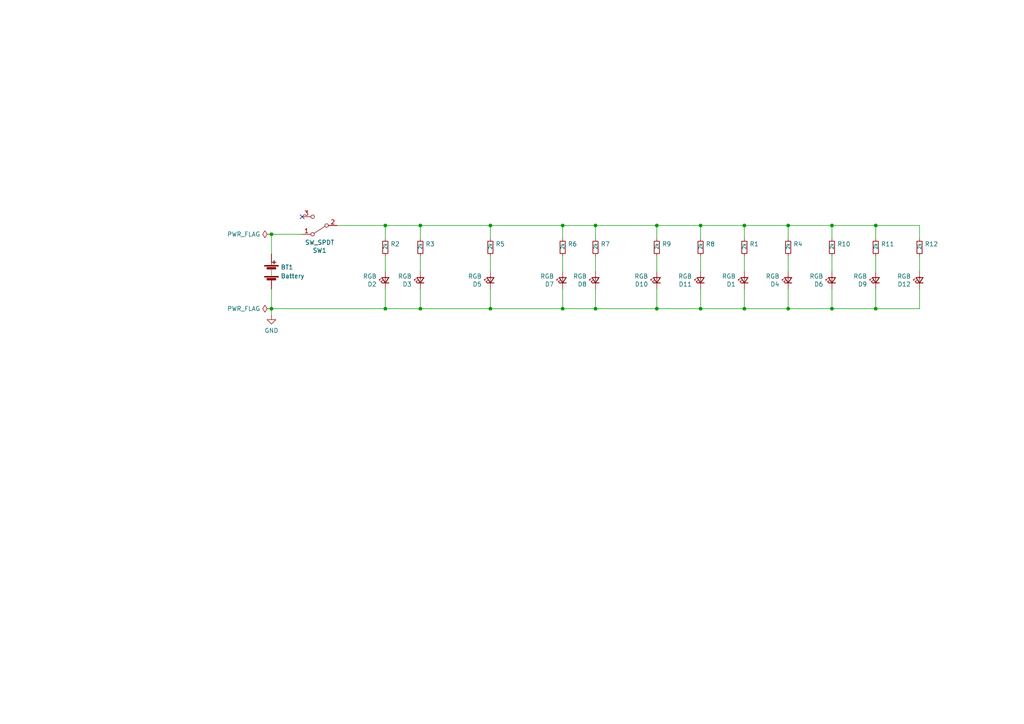
<source format=kicad_sch>
(kicad_sch (version 20230121) (generator eeschema)
  (paper "A4")
  (lib_symbols
    (symbol "Device:LED_Small" (pin_numbers hide) (pin_names (offset 0.254) hide)
      (property "Reference" "D" (at -1.27 3.175 0))
      (property "Value" "LED_Small" (at -4.445 -2.54 0))
      (symbol "LED_Small_0_1"
        (polyline (pts (xy -0.762 -1.016) (xy -0.762 1.016)) (stroke (width 0.254)))
        (polyline (pts (xy 1.016 0) (xy -0.762 0)))
        (polyline (pts (xy 0.762 -1.016) (xy -0.762 0) (xy 0.762 1.016) (xy 0.762 -1.016)) (stroke (width 0.254)))
        (polyline (pts (xy 0 0.762) (xy -0.508 1.27) (xy -0.254 1.27) (xy -0.508 1.27) (xy -0.508 1.016)))
        (polyline (pts (xy 0.508 1.27) (xy 0 1.778) (xy 0.254 1.778) (xy 0 1.778) (xy 0 1.524)))
      )
      (symbol "LED_Small_1_1"
        (pin passive line (at -2.54 0 0) (length 1.778) (name "K") (number "1"))
        (pin passive line (at 2.54 0 180) (length 1.778) (name "A") (number "2"))
      )
    )
    (symbol "Device:R_Small" (pin_numbers hide) (pin_names (offset 0.254) hide)
      (property "Reference" "R" (at 0.762 0.508 0))
      (property "Value" "R_Small" (at 0.762 -1.016 0))
      (symbol "R_Small_0_1"
        (rectangle (start -0.762 1.778) (end 0.762 -1.778) (stroke (width 0.2032)))
      )
      (symbol "R_Small_1_1"
        (pin passive line (at 0 2.54 270) (length 0.762) (name "~") (number "1"))
        (pin passive line (at 0 -2.54 90) (length 0.762) (name "~") (number "2"))
      )
    )
    (symbol "Switch:SW_SPDT" (pin_names (offset 0) hide)
      (property "Reference" "SW" (at 0 4.318 0))
      (property "Value" "SW_SPDT" (at 0 -5.08 0))
      (symbol "SW_SPDT_0_0"
        (circle (center -2.032 0) (radius 0.508))
        (circle (center 2.032 -2.54) (radius 0.508))
      )
      (symbol "SW_SPDT_0_1"
        (polyline (pts (xy -1.524 0.254) (xy 1.651 2.286)))
        (circle (center 2.032 2.54) (radius 0.508))
      )
      (symbol "SW_SPDT_1_1"
        (pin passive line (at 5.08 2.54 180) (length 2.54) (name "A") (number "1"))
        (pin passive line (at -5.08 0 0) (length 2.54) (name "B") (number "2"))
        (pin passive line (at 5.08 -2.54 180) (length 2.54) (name "C") (number "3"))
      )
    )
    (symbol "Symbols:Battery" (pin_numbers hide) (pin_names (offset 0) hide)
      (property "Reference" "BT" (at 2.54 2.54 0))
      (property "Value" "Battery" (at 2.54 0 0))
      (symbol "Battery_0_1"
        (rectangle (start -2.032 -1.397) (end 2.032 -1.651) (fill (type outline)))
        (rectangle (start -2.032 1.778) (end 2.032 1.524) (fill (type outline)))
        (rectangle (start -1.3208 -1.9812) (end 1.27 -2.4892) (fill (type outline)))
        (rectangle (start -1.3208 1.1938) (end 1.27 0.6858) (fill (type outline)))
        (polyline (pts (xy 0 -1.524) (xy 0 -1.27)))
        (polyline (pts (xy 0 -1.016) (xy 0 -0.762)))
        (polyline (pts (xy 0 -0.508) (xy 0 -0.254)))
        (polyline (pts (xy 0 0) (xy 0 0.254)))
        (polyline (pts (xy 0 0.508) (xy 0 0.762)))
        (polyline (pts (xy 0 1.778) (xy 0 2.54)))
        (polyline (pts (xy 0.254 2.667) (xy 1.27 2.667)) (stroke (width 0.254)))
        (polyline (pts (xy 0.762 3.175) (xy 0.762 2.159)) (stroke (width 0.254)))
      )
      (symbol "Battery_1_1"
        (pin passive line (at 0 -5.08 90) (length 2.54) (name "-") (number "1"))
        (pin passive line (at 0 -1.524 90) (length 2.54) hide (name "") (number "2"))
        (pin passive line (at 0 5.08 270) (length 2.54) (name "+") (number "3"))
      )
    )
    (symbol "power:GND" (power) (pin_names (offset 0))
      (property "Value" "GND" (at 0 -3.81 0))
      (symbol "GND_0_1"
        (polyline (pts (xy 0 0) (xy 0 -1.27) (xy 1.27 -1.27) (xy 0 -2.54) (xy -1.27 -1.27) (xy 0 -1.27)))
      )
      (symbol "GND_1_1"
        (pin power_in line (at 0 0 270) (length 0) hide (name "GND") (number "1"))
      )
    )
    (symbol "power:PWR_FLAG" (power) (pin_numbers hide) (pin_names (offset 0) hide)
      (property "Value" "PWR_FLAG" (at 0 3.81 0))
      (symbol "PWR_FLAG_0_0"
        (pin power_out line (at 0 0 90) (length 0) (name "pwr") (number "1"))
      )
      (symbol "PWR_FLAG_0_1"
        (polyline (pts (xy 0 0) (xy 0 1.27) (xy -1.016 1.905) (xy 0 2.54) (xy 1.016 1.905) (xy 0 1.27)))
      )
    )
  )
  (junction (at 142.24 89.535))
  (junction (at 190.5 89.535))
  (junction (at 228.6 65.405))
  (junction (at 111.76 89.535))
  (junction (at 215.9 65.405))
  (junction (at 121.92 89.535))
  (junction (at 228.6 89.535))
  (junction (at 241.3 65.405))
  (junction (at 172.72 89.535))
  (junction (at 111.76 65.405))
  (junction (at 121.92 65.405))
  (junction (at 190.5 65.405))
  (junction (at 254 65.405))
  (junction (at 142.24 65.405))
  (junction (at 203.2 89.535))
  (junction (at 78.74 89.535))
  (junction (at 215.9 89.535))
  (junction (at 172.72 65.405))
  (junction (at 78.74 67.945))
  (junction (at 203.2 65.405))
  (junction (at 254 89.535))
  (junction (at 241.3 89.535))
  (junction (at 163.195 89.535))
  (junction (at 163.195 65.405))
  (no_connect (at 87.63 62.865))
  (wire (pts (xy 121.92 89.535) (xy 142.24 89.535)))
  (wire (pts (xy 142.24 74.295) (xy 142.24 78.74)))
  (wire (pts (xy 241.3 69.215) (xy 241.3 65.405)))
  (wire (pts (xy 266.7 74.295) (xy 266.7 78.74)))
  (wire (pts (xy 190.5 65.405) (xy 203.2 65.405)))
  (wire (pts (xy 111.76 83.82) (xy 111.76 89.535)))
  (wire (pts (xy 215.9 74.295) (xy 215.9 78.74)))
  (wire (pts (xy 97.79 65.405) (xy 111.76 65.405)))
  (wire (pts (xy 254 74.295) (xy 254 78.74)))
  (wire (pts (xy 111.76 69.215) (xy 111.76 65.405)))
  (wire (pts (xy 190.5 69.215) (xy 190.5 65.405)))
  (wire (pts (xy 266.7 69.215) (xy 266.7 65.405)))
  (wire (pts (xy 142.24 89.535) (xy 163.195 89.535)))
  (wire (pts (xy 172.72 89.535) (xy 190.5 89.535)))
  (wire (pts (xy 78.74 73.66) (xy 78.74 67.945)))
  (wire (pts (xy 203.2 74.295) (xy 203.2 78.74)))
  (wire (pts (xy 203.2 69.215) (xy 203.2 65.405)))
  (wire (pts (xy 121.92 65.405) (xy 111.76 65.405)))
  (wire (pts (xy 266.7 83.82) (xy 266.7 89.535)))
  (wire (pts (xy 241.3 83.82) (xy 241.3 89.535)))
  (wire (pts (xy 142.24 83.82) (xy 142.24 89.535)))
  (wire (pts (xy 78.74 67.945) (xy 87.63 67.945)))
  (wire (pts (xy 78.74 89.535) (xy 111.76 89.535)))
  (wire (pts (xy 190.5 89.535) (xy 203.2 89.535)))
  (wire (pts (xy 203.2 65.405) (xy 215.9 65.405)))
  (wire (pts (xy 163.195 65.405) (xy 172.72 65.405)))
  (wire (pts (xy 121.92 74.295) (xy 121.92 78.74)))
  (wire (pts (xy 111.76 74.295) (xy 111.76 78.74)))
  (wire (pts (xy 163.195 89.535) (xy 172.72 89.535)))
  (wire (pts (xy 203.2 83.82) (xy 203.2 89.535)))
  (wire (pts (xy 190.5 74.295) (xy 190.5 78.74)))
  (wire (pts (xy 142.24 69.215) (xy 142.24 65.405)))
  (wire (pts (xy 142.24 65.405) (xy 163.195 65.405)))
  (wire (pts (xy 172.72 74.295) (xy 172.72 78.74)))
  (wire (pts (xy 241.3 65.405) (xy 254 65.405)))
  (wire (pts (xy 163.195 74.295) (xy 163.195 78.74)))
  (wire (pts (xy 121.92 83.82) (xy 121.92 89.535)))
  (wire (pts (xy 215.9 83.82) (xy 215.9 89.535)))
  (wire (pts (xy 111.76 89.535) (xy 121.92 89.535)))
  (wire (pts (xy 241.3 74.295) (xy 241.3 78.74)))
  (wire (pts (xy 228.6 65.405) (xy 241.3 65.405)))
  (wire (pts (xy 172.72 83.82) (xy 172.72 89.535)))
  (wire (pts (xy 254 89.535) (xy 266.7 89.535)))
  (wire (pts (xy 163.195 69.215) (xy 163.195 65.405)))
  (wire (pts (xy 254 65.405) (xy 266.7 65.405)))
  (wire (pts (xy 241.3 89.535) (xy 254 89.535)))
  (wire (pts (xy 215.9 69.215) (xy 215.9 65.405)))
  (wire (pts (xy 228.6 74.295) (xy 228.6 78.74)))
  (wire (pts (xy 228.6 83.82) (xy 228.6 89.535)))
  (wire (pts (xy 190.5 83.82) (xy 190.5 89.535)))
  (wire (pts (xy 121.92 65.405) (xy 142.24 65.405)))
  (wire (pts (xy 254 83.82) (xy 254 89.535)))
  (wire (pts (xy 172.72 65.405) (xy 190.5 65.405)))
  (wire (pts (xy 228.6 89.535) (xy 241.3 89.535)))
  (wire (pts (xy 215.9 89.535) (xy 228.6 89.535)))
  (wire (pts (xy 121.92 69.215) (xy 121.92 65.405)))
  (wire (pts (xy 254 69.215) (xy 254 65.405)))
  (wire (pts (xy 163.195 83.82) (xy 163.195 89.535)))
  (wire (pts (xy 203.2 89.535) (xy 215.9 89.535)))
  (wire (pts (xy 78.74 83.82) (xy 78.74 89.535)))
  (wire (pts (xy 228.6 69.215) (xy 228.6 65.405)))
  (wire (pts (xy 172.72 69.215) (xy 172.72 65.405)))
  (wire (pts (xy 78.74 89.535) (xy 78.74 91.44)))
  (wire (pts (xy 215.9 65.405) (xy 228.6 65.405)))
  (symbol (lib_id "Device:LED_Small") (at 111.76 81.28 90) (unit 1)
    (property "Reference" "D2" (at 109.2708 82.4484 90) (effects (justify left)))
    (property "Value" "RGB" (at 109.2708 80.137 90) (effects (justify left)))
    (property "Footprint" "Library:LED-0807" (effects hide))
  )
  (symbol (lib_id "Device:LED_Small") (at 121.92 81.28 90) (unit 1)
    (property "Reference" "D3" (at 119.4308 82.4484 90) (effects (justify left)))
    (property "Value" "RGB" (at 119.4308 80.137 90) (effects (justify left)))
    (property "Footprint" "Library:LED-0807" (effects hide))
  )
  (symbol (lib_id "Device:LED_Small") (at 142.24 81.28 90) (unit 1)
    (property "Reference" "D5" (at 139.7508 82.4484 90) (effects (justify left)))
    (property "Value" "RGB" (at 139.7508 80.137 90) (effects (justify left)))
    (property "Footprint" "Library:LED-0807" (effects hide))
  )
  (symbol (lib_id "Device:LED_Small") (at 172.72 81.28 90) (unit 1)
    (property "Reference" "D8" (at 170.2308 82.4484 90) (effects (justify left)))
    (property "Value" "RGB" (at 170.2308 80.137 90) (effects (justify left)))
    (property "Footprint" "Library:LED-0807" (effects hide))
  )
  (symbol (lib_id "Switch:SW_SPDT") (at 92.71 65.405 180) (unit 1)
    (property "Reference" "SW1" (at 92.71 72.644 0))
    (property "Value" "SW_SPDT" (at 92.71 70.3326 0))
    (property "Footprint" "Button_Switch_SMD:SW_SPDT_PCM12" (effects hide))
  )
  (symbol (lib_id "Device:LED_Small") (at 163.195 81.28 90) (unit 1)
    (property "Reference" "D7" (at 160.7058 82.4484 90) (effects (justify left)))
    (property "Value" "RGB" (at 160.7058 80.137 90) (effects (justify left)))
    (property "Footprint" "Library:LED-0807" (effects hide))
  )
  (symbol (lib_id "Device:LED_Small") (at 203.2 81.28 90) (unit 1)
    (property "Reference" "D11" (at 200.7108 82.4484 90) (effects (justify left)))
    (property "Value" "RGB" (at 200.7108 80.137 90) (effects (justify left)))
    (property "Footprint" "Library:LED-0807" (effects hide))
  )
  (symbol (lib_id "power:PWR_FLAG") (at 78.74 67.945 90) (unit 1)
    (property "Reference" "#FLG0101" (effects hide))
    (property "Value" "PWR_FLAG" (at 75.5142 67.945 90) (effects (justify left)))
  )
  (symbol (lib_id "power:PWR_FLAG") (at 78.74 89.535 90) (unit 1)
    (property "Reference" "#FLG0102" (effects hide))
    (property "Value" "PWR_FLAG" (at 75.5142 89.535 90) (effects (justify left)))
  )
  (symbol (lib_id "Device:R_Small") (at 111.76 71.755 0) (unit 1)
    (property "Reference" "R2" (at 113.2586 70.7898 0) (effects (justify left)))
    (property "Value" "2k" (at 111.76 72.39 90) (effects (font (size 0.9906 0.9906)) (justify left)))
    (property "Footprint" "Resistor_SMD:R_0603_1608Metric" (effects hide))
  )
  (symbol (lib_id "Device:R_Small") (at 121.92 71.755 0) (unit 1)
    (property "Reference" "R3" (at 123.4186 70.7898 0) (effects (justify left)))
    (property "Value" "2k" (at 121.92 72.39 90) (effects (font (size 0.9906 0.9906)) (justify left)))
    (property "Footprint" "Resistor_SMD:R_0603_1608Metric" (effects hide))
  )
  (symbol (lib_id "Device:R_Small") (at 142.24 71.755 0) (unit 1)
    (property "Reference" "R5" (at 143.7386 70.7898 0) (effects (justify left)))
    (property "Value" "2k" (at 142.24 72.39 90) (effects (font (size 0.9906 0.9906)) (justify left)))
    (property "Footprint" "Resistor_SMD:R_0603_1608Metric" (effects hide))
  )
  (symbol (lib_id "Device:R_Small") (at 163.195 71.755 0) (unit 1)
    (property "Reference" "R6" (at 164.6936 70.7898 0) (effects (justify left)))
    (property "Value" "2k" (at 163.195 72.39 90) (effects (font (size 0.9906 0.9906)) (justify left)))
    (property "Footprint" "Resistor_SMD:R_0603_1608Metric" (effects hide))
  )
  (symbol (lib_id "Device:R_Small") (at 172.72 71.755 0) (unit 1)
    (property "Reference" "R7" (at 174.2186 70.7898 0) (effects (justify left)))
    (property "Value" "2k" (at 172.72 72.39 90) (effects (font (size 0.9906 0.9906)) (justify left)))
    (property "Footprint" "Resistor_SMD:R_0603_1608Metric" (effects hide))
  )
  (symbol (lib_id "Device:R_Small") (at 203.2 71.755 0) (unit 1)
    (property "Reference" "R8" (at 204.6986 70.7898 0) (effects (justify left)))
    (property "Value" "2k" (at 203.2 72.39 90) (effects (font (size 0.9906 0.9906)) (justify left)))
    (property "Footprint" "Resistor_SMD:R_0603_1608Metric" (effects hide))
  )
  (symbol (lib_id "Device:LED_Small") (at 215.9 81.28 90) (unit 1)
    (property "Reference" "D1" (at 213.4108 82.4484 90) (effects (justify left)))
    (property "Value" "RGB" (at 213.4108 80.137 90) (effects (justify left)))
    (property "Footprint" "Library:LED-0807" (effects hide))
  )
  (symbol (lib_id "Device:R_Small") (at 241.3 71.755 0) (unit 1)
    (property "Reference" "R10" (at 242.7986 70.7898 0) (effects (justify left)))
    (property "Value" "2k" (at 241.3 72.39 90) (effects (font (size 0.9906 0.9906)) (justify left)))
    (property "Footprint" "Resistor_SMD:R_0603_1608Metric" (effects hide))
  )
  (symbol (lib_id "Device:R_Small") (at 254 71.755 0) (unit 1)
    (property "Reference" "R11" (at 255.4986 70.7898 0) (effects (justify left)))
    (property "Value" "2k" (at 254 72.39 90) (effects (font (size 0.9906 0.9906)) (justify left)))
    (property "Footprint" "Resistor_SMD:R_0603_1608Metric" (effects hide))
  )
  (symbol (lib_id "Device:LED_Small") (at 254 81.28 90) (unit 1)
    (property "Reference" "D9" (at 251.5108 82.4484 90) (effects (justify left)))
    (property "Value" "RGB" (at 251.5108 80.137 90) (effects (justify left)))
    (property "Footprint" "Library:LED-0807" (effects hide))
  )
  (symbol (lib_id "Device:R_Small") (at 228.6 71.755 0) (unit 1)
    (property "Reference" "R4" (at 230.0986 70.7898 0) (effects (justify left)))
    (property "Value" "2k" (at 228.6 72.39 90) (effects (font (size 0.9906 0.9906)) (justify left)))
    (property "Footprint" "Resistor_SMD:R_0603_1608Metric" (effects hide))
  )
  (symbol (lib_id "Device:LED_Small") (at 228.6 81.28 90) (unit 1)
    (property "Reference" "D4" (at 226.1108 82.4484 90) (effects (justify left)))
    (property "Value" "RGB" (at 226.1108 80.137 90) (effects (justify left)))
    (property "Footprint" "Library:LED-0807" (effects hide))
  )
  (symbol (lib_id "Device:LED_Small") (at 190.5 81.28 90) (unit 1)
    (property "Reference" "D10" (at 188.0108 82.4484 90) (effects (justify left)))
    (property "Value" "RGB" (at 188.0108 80.137 90) (effects (justify left)))
    (property "Footprint" "Library:LED-0807" (effects hide))
  )
  (symbol (lib_id "Device:LED_Small") (at 241.3 81.28 90) (unit 1)
    (property "Reference" "D6" (at 238.8108 82.4484 90) (effects (justify left)))
    (property "Value" "RGB" (at 238.8108 80.137 90) (effects (justify left)))
    (property "Footprint" "Library:LED-0807" (effects hide))
  )
  (symbol (lib_id "Device:LED_Small") (at 266.7 81.28 90) (unit 1)
    (property "Reference" "D12" (at 264.2108 82.4484 90) (effects (justify left)))
    (property "Value" "RGB" (at 264.2108 80.137 90) (effects (justify left)))
    (property "Footprint" "Library:LED-0807" (effects hide))
  )
  (symbol (lib_id "Symbols:Battery") (at 78.74 78.74 0) (unit 1)
    (property "Reference" "BT1" (at 81.407 77.5243 0) (effects (justify left)))
    (property "Value" "Battery" (at 81.407 80.0612 0) (effects (justify left)))
    (property "Footprint" "Library:2xAAA-422-SMT" (effects hide))
  )
  (symbol (lib_id "Device:R_Small") (at 266.7 71.755 0) (unit 1)
    (property "Reference" "R12" (at 268.1986 70.7898 0) (effects (justify left)))
    (property "Value" "2k" (at 266.7 72.39 90) (effects (font (size 0.9906 0.9906)) (justify left)))
    (property "Footprint" "Resistor_SMD:R_0603_1608Metric" (effects hide))
  )
  (symbol (lib_id "Device:R_Small") (at 190.5 71.755 0) (unit 1)
    (property "Reference" "R9" (at 191.9986 70.7898 0) (effects (justify left)))
    (property "Value" "2k" (at 190.5 72.39 90) (effects (font (size 0.9906 0.9906)) (justify left)))
    (property "Footprint" "Resistor_SMD:R_0603_1608Metric" (effects hide))
  )
  (symbol (lib_id "power:GND") (at 78.74 91.44 0) (unit 1)
    (property "Reference" "#PWR0101" (effects hide))
    (property "Value" "GND" (at 78.74 95.8834 0))
  )
  (symbol (lib_id "Device:R_Small") (at 215.9 71.755 0) (unit 1)
    (property "Reference" "R1" (at 217.3986 70.7898 0) (effects (justify left)))
    (property "Value" "2k" (at 215.9 72.39 90) (effects (font (size 0.9906 0.9906)) (justify left)))
    (property "Footprint" "Resistor_SMD:R_0603_1608Metric" (effects hide))
  )
)
</source>
